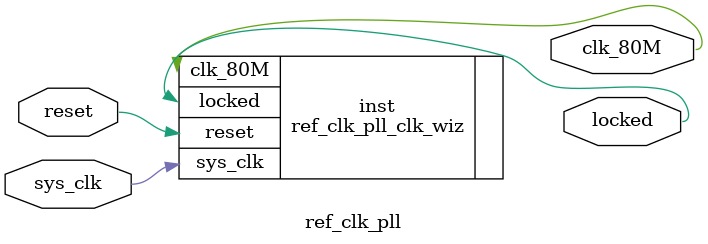
<source format=v>


`timescale 1ps/1ps

(* CORE_GENERATION_INFO = "ref_clk_pll,clk_wiz_v6_0_3_0_0,{component_name=ref_clk_pll,use_phase_alignment=true,use_min_o_jitter=false,use_max_i_jitter=false,use_dyn_phase_shift=false,use_inclk_switchover=false,use_dyn_reconfig=false,enable_axi=0,feedback_source=FDBK_AUTO,PRIMITIVE=PLL,num_out_clk=1,clkin1_period=5.000,clkin2_period=10.0,use_power_down=false,use_reset=true,use_locked=true,use_inclk_stopped=false,feedback_type=SINGLE,CLOCK_MGR_TYPE=NA,manual_override=false}" *)

module ref_clk_pll 
 (
  // Clock out ports
  output        clk_80M,
  // Status and control signals
  input         reset,
  output        locked,
 // Clock in ports
  input         sys_clk
 );

  ref_clk_pll_clk_wiz inst
  (
  // Clock out ports  
  .clk_80M(clk_80M),
  // Status and control signals               
  .reset(reset), 
  .locked(locked),
 // Clock in ports
  .sys_clk(sys_clk)
  );

endmodule

</source>
